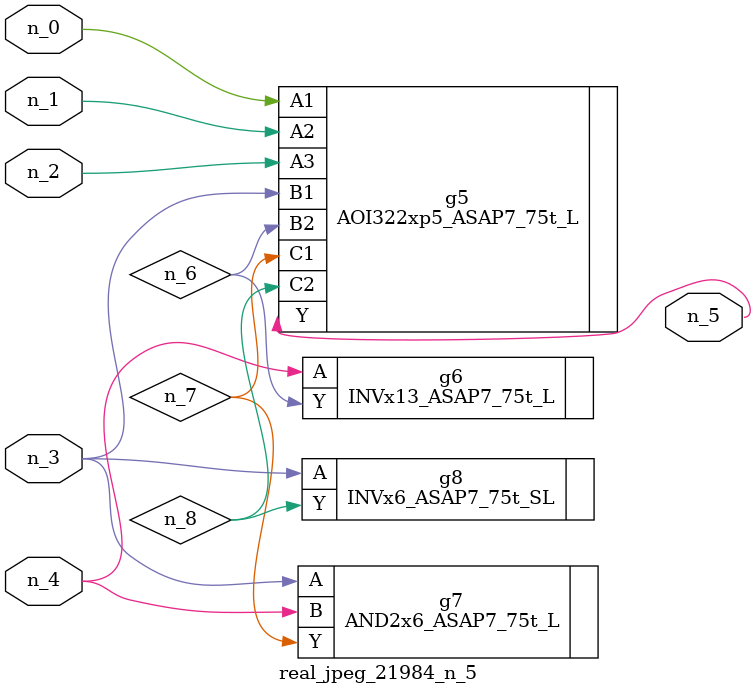
<source format=v>
module real_jpeg_21984_n_5 (n_4, n_0, n_1, n_2, n_3, n_5);

input n_4;
input n_0;
input n_1;
input n_2;
input n_3;

output n_5;

wire n_8;
wire n_6;
wire n_7;

AOI322xp5_ASAP7_75t_L g5 ( 
.A1(n_0),
.A2(n_1),
.A3(n_2),
.B1(n_3),
.B2(n_6),
.C1(n_7),
.C2(n_8),
.Y(n_5)
);

AND2x6_ASAP7_75t_L g7 ( 
.A(n_3),
.B(n_4),
.Y(n_7)
);

INVx6_ASAP7_75t_SL g8 ( 
.A(n_3),
.Y(n_8)
);

INVx13_ASAP7_75t_L g6 ( 
.A(n_4),
.Y(n_6)
);


endmodule
</source>
